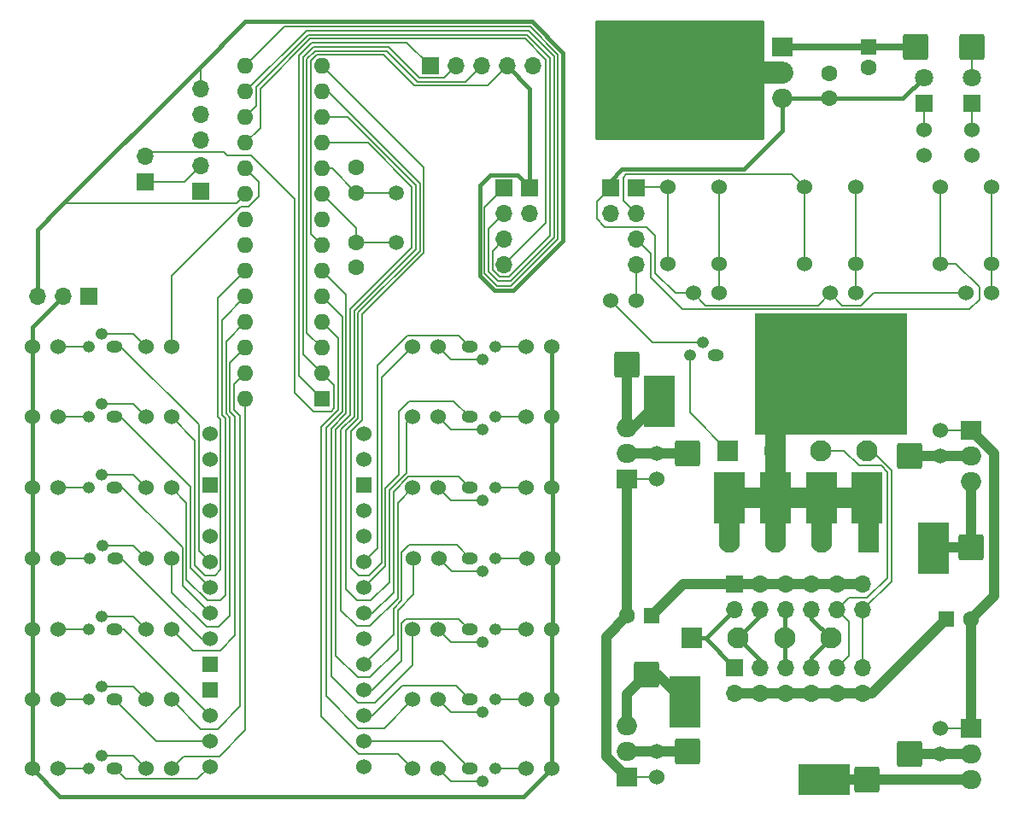
<source format=gbr>
%TF.GenerationSoftware,KiCad,Pcbnew,8.0.4-8.0.4-0~ubuntu24.04.1*%
%TF.CreationDate,2024-08-22T20:04:32-04:00*%
%TF.ProjectId,carinterface,63617269-6e74-4657-9266-6163652e6b69,rev?*%
%TF.SameCoordinates,Original*%
%TF.FileFunction,Copper,L1,Top*%
%TF.FilePolarity,Positive*%
%FSLAX46Y46*%
G04 Gerber Fmt 4.6, Leading zero omitted, Abs format (unit mm)*
G04 Created by KiCad (PCBNEW 8.0.4-8.0.4-0~ubuntu24.04.1) date 2024-08-22 20:04:32*
%MOMM*%
%LPD*%
G01*
G04 APERTURE LIST*
G04 Aperture macros list*
%AMRoundRect*
0 Rectangle with rounded corners*
0 $1 Rounding radius*
0 $2 $3 $4 $5 $6 $7 $8 $9 X,Y pos of 4 corners*
0 Add a 4 corners polygon primitive as box body*
4,1,4,$2,$3,$4,$5,$6,$7,$8,$9,$2,$3,0*
0 Add four circle primitives for the rounded corners*
1,1,$1+$1,$2,$3*
1,1,$1+$1,$4,$5*
1,1,$1+$1,$6,$7*
1,1,$1+$1,$8,$9*
0 Add four rect primitives between the rounded corners*
20,1,$1+$1,$2,$3,$4,$5,0*
20,1,$1+$1,$4,$5,$6,$7,0*
20,1,$1+$1,$6,$7,$8,$9,0*
20,1,$1+$1,$8,$9,$2,$3,0*%
G04 Aperture macros list end*
%TA.AperFunction,ComponentPad*%
%ADD10C,1.524000*%
%TD*%
%TA.AperFunction,ComponentPad*%
%ADD11RoundRect,0.249999X-1.025001X-1.025001X1.025001X-1.025001X1.025001X1.025001X-1.025001X1.025001X0*%
%TD*%
%TA.AperFunction,SMDPad,CuDef*%
%ADD12RoundRect,0.000000X-2.500000X-1.500000X2.500000X-1.500000X2.500000X1.500000X-2.500000X1.500000X0*%
%TD*%
%TA.AperFunction,SMDPad,CuDef*%
%ADD13RoundRect,0.000000X1.500000X-2.500000X1.500000X2.500000X-1.500000X2.500000X-1.500000X-2.500000X0*%
%TD*%
%TA.AperFunction,ComponentPad*%
%ADD14R,2.000000X1.905000*%
%TD*%
%TA.AperFunction,ComponentPad*%
%ADD15O,2.000000X1.905000*%
%TD*%
%TA.AperFunction,ComponentPad*%
%ADD16RoundRect,0.250001X-0.799999X-0.799999X0.799999X-0.799999X0.799999X0.799999X-0.799999X0.799999X0*%
%TD*%
%TA.AperFunction,ComponentPad*%
%ADD17C,2.100000*%
%TD*%
%TA.AperFunction,SMDPad,CuDef*%
%ADD18RoundRect,0.000000X-8.312500X-5.875000X8.312500X-5.875000X8.312500X5.875000X-8.312500X5.875000X0*%
%TD*%
%TA.AperFunction,ComponentPad*%
%ADD19O,1.600000X1.200000*%
%TD*%
%TA.AperFunction,ComponentPad*%
%ADD20O,1.200000X1.200000*%
%TD*%
%TA.AperFunction,ComponentPad*%
%ADD21R,1.700000X1.700000*%
%TD*%
%TA.AperFunction,ComponentPad*%
%ADD22O,1.700000X1.700000*%
%TD*%
%TA.AperFunction,ComponentPad*%
%ADD23C,1.600000*%
%TD*%
%TA.AperFunction,ComponentPad*%
%ADD24R,1.600000X1.600000*%
%TD*%
%TA.AperFunction,ComponentPad*%
%ADD25O,1.600000X1.600000*%
%TD*%
%TA.AperFunction,ComponentPad*%
%ADD26C,1.500000*%
%TD*%
%TA.AperFunction,ComponentPad*%
%ADD27RoundRect,0.249999X1.025001X-1.025001X1.025001X1.025001X-1.025001X1.025001X-1.025001X-1.025001X0*%
%TD*%
%TA.AperFunction,ComponentPad*%
%ADD28RoundRect,0.250001X0.799999X0.799999X-0.799999X0.799999X-0.799999X-0.799999X0.799999X-0.799999X0*%
%TD*%
%TA.AperFunction,ComponentPad*%
%ADD29R,1.800000X1.800000*%
%TD*%
%TA.AperFunction,ComponentPad*%
%ADD30C,1.800000*%
%TD*%
%TA.AperFunction,ComponentPad*%
%ADD31R,1.524000X1.524000*%
%TD*%
%TA.AperFunction,Conductor*%
%ADD32C,0.200000*%
%TD*%
%TA.AperFunction,Conductor*%
%ADD33C,2.000000*%
%TD*%
%TA.AperFunction,Conductor*%
%ADD34C,1.000000*%
%TD*%
%TA.AperFunction,Conductor*%
%ADD35C,2.200000*%
%TD*%
%TA.AperFunction,Conductor*%
%ADD36C,0.400000*%
%TD*%
%TA.AperFunction,Conductor*%
%ADD37C,0.700000*%
%TD*%
G04 APERTURE END LIST*
D10*
%TO.P,R32,1*%
%TO.N,Net-(J12-Pin_1)*%
X107940000Y-109380000D03*
%TO.P,R32,2*%
%TO.N,/Amp/Left*%
X107940000Y-106840000D03*
%TD*%
D11*
%TO.P,J11,1,Pin_1*%
%TO.N,Net-(J11-Pin_1)*%
X104900000Y-79880000D03*
%TD*%
D12*
%TO.P,T19,1,Pad*%
%TO.N,GND*%
X92100000Y-67240000D03*
%TD*%
D13*
%TO.P,T12,1,Pad*%
%TO.N,GND*%
X91600000Y-84040000D03*
%TD*%
D14*
%TO.P,Q15,1,G*%
%TO.N,/Amp/Left*%
X111000000Y-77340000D03*
D15*
%TO.P,Q15,2,D*%
%TO.N,Net-(J11-Pin_1)*%
X111000000Y-79880000D03*
%TO.P,Q15,3,S*%
%TO.N,GND*%
X111000000Y-82420000D03*
%TD*%
D16*
%TO.P,J15,1,Pin_1*%
%TO.N,/Amp/RADIORR*%
X83300000Y-97940000D03*
D17*
%TO.P,J15,2,Pin_2*%
%TO.N,/Amp/RADIORL*%
X87900000Y-97940000D03*
%TO.P,J15,3,Pin_3*%
%TO.N,/Amp/RADIOFR*%
X92500000Y-97940000D03*
%TO.P,J15,4,Pin_4*%
%TO.N,/Amp/RADIOFL*%
X97100000Y-97940000D03*
%TD*%
D18*
%TO.P,T1,1,Sink*%
%TO.N,GND*%
X82100000Y-42640000D03*
%TD*%
D13*
%TO.P,T13,1,Pad*%
%TO.N,GND*%
X96200000Y-84040000D03*
%TD*%
D19*
%TO.P,Q7,1,E*%
%TO.N,/Arduino/2g*%
X26085276Y-76004775D03*
D20*
%TO.P,Q7,2,B*%
%TO.N,Net-(Q7-B)*%
X24815276Y-74734775D03*
%TO.P,Q7,3,C*%
%TO.N,Net-(Q7-C)*%
X23545276Y-76004775D03*
%TD*%
D10*
%TO.P,R14,1*%
%TO.N,Net-(Q14-B)*%
X58175452Y-104004775D03*
%TO.P,R14,2*%
%TO.N,Net-(U1-PD3)*%
X55635452Y-104004775D03*
%TD*%
%TO.P,R4,1*%
%TO.N,Net-(Q4-B)*%
X58175452Y-76004775D03*
%TO.P,R4,2*%
%TO.N,Net-(U1-PD7)*%
X55635452Y-76004775D03*
%TD*%
%TO.P,R23,1*%
%TO.N,Net-(J20-Pin_2)*%
X17904790Y-110855276D03*
%TO.P,R23,2*%
%TO.N,Net-(Q9-C)*%
X20444790Y-110855276D03*
%TD*%
%TO.P,R24,1*%
%TO.N,Net-(J20-Pin_2)*%
X69445385Y-110855276D03*
%TO.P,R24,2*%
%TO.N,Net-(Q10-C)*%
X66905385Y-110855276D03*
%TD*%
D12*
%TO.P,T20,1,Pad*%
%TO.N,GND*%
X92100000Y-70240000D03*
%TD*%
D19*
%TO.P,Q4,1,E*%
%TO.N,/Arduino/2d*%
X61268675Y-76004775D03*
D20*
%TO.P,Q4,2,B*%
%TO.N,Net-(Q4-B)*%
X62538675Y-77274775D03*
%TO.P,Q4,3,C*%
%TO.N,Net-(Q4-C)*%
X63808675Y-76004775D03*
%TD*%
D13*
%TO.P,T14,1,Pad*%
%TO.N,GND*%
X100700000Y-84040000D03*
%TD*%
D21*
%TO.P,J6,1,Pin_1*%
%TO.N,+5VAUDIO*%
X67259976Y-53289499D03*
D22*
%TO.P,J6,2,Pin_2*%
%TO.N,GND*%
X67259976Y-55829499D03*
%TD*%
D10*
%TO.P,R7,1*%
%TO.N,Net-(Q7-B)*%
X29176411Y-76004775D03*
%TO.P,R7,2*%
%TO.N,Net-(U1-PC0)*%
X31716411Y-76004775D03*
%TD*%
D11*
%TO.P,J3,1,Pin_1*%
%TO.N,Net-(J3-Pin_1)*%
X105500000Y-39340000D03*
%TD*%
D10*
%TO.P,R29,1*%
%TO.N,Net-(D1-K)*%
X111100000Y-47570000D03*
%TO.P,R29,2*%
%TO.N,GND*%
X111100000Y-50110000D03*
%TD*%
D23*
%TO.P,C3,1*%
%TO.N,+5VAUDIO*%
X96900000Y-44420000D03*
%TO.P,C3,2*%
%TO.N,GND*%
X96900000Y-41920000D03*
%TD*%
D10*
%TO.P,R27,1*%
%TO.N,Net-(J20-Pin_2)*%
X17904790Y-97069499D03*
%TO.P,R27,2*%
%TO.N,Net-(Q13-C)*%
X20444790Y-97069499D03*
%TD*%
%TO.P,R30,1*%
%TO.N,Net-(D2-K)*%
X106300000Y-47570000D03*
%TO.P,R30,2*%
%TO.N,GND*%
X106300000Y-50110000D03*
%TD*%
D12*
%TO.P,T26,1,Pad*%
%TO.N,GND*%
X97100000Y-76240000D03*
%TD*%
D10*
%TO.P,R8,1*%
%TO.N,Net-(Q8-B)*%
X29176411Y-104004775D03*
%TO.P,R8,2*%
%TO.N,Net-(U1-PC4)*%
X31716411Y-104004775D03*
%TD*%
D12*
%TO.P,T25,1,Pad*%
%TO.N,GND*%
X97100000Y-73240000D03*
%TD*%
D13*
%TO.P,T5,1,Pad*%
%TO.N,GND*%
X82600000Y-104240000D03*
%TD*%
D10*
%TO.P,R22,1*%
%TO.N,Net-(J20-Pin_2)*%
X17904790Y-104004775D03*
%TO.P,R22,2*%
%TO.N,Net-(Q8-C)*%
X20444790Y-104004775D03*
%TD*%
D12*
%TO.P,T22,1,Pad*%
%TO.N,GND*%
X92100000Y-76240000D03*
%TD*%
D10*
%TO.P,R36,1*%
%TO.N,+5VAUDIO*%
X97000000Y-63740000D03*
%TO.P,R36,2*%
%TO.N,Net-(R36-Pad2)*%
X99540000Y-63740000D03*
%TD*%
D19*
%TO.P,Q2,1,E*%
%TO.N,/Arduino/2b*%
X26125252Y-90004775D03*
D20*
%TO.P,Q2,2,B*%
%TO.N,Net-(Q2-B)*%
X24855252Y-88734775D03*
%TO.P,Q2,3,C*%
%TO.N,Net-(Q2-C)*%
X23585252Y-90004775D03*
%TD*%
D24*
%TO.P,C4,1*%
%TO.N,Net-(J3-Pin_1)*%
X100800000Y-39340000D03*
D23*
%TO.P,C4,2*%
%TO.N,GND*%
X100800000Y-41340000D03*
%TD*%
D14*
%TO.P,U2,1,IN*%
%TO.N,Net-(J3-Pin_1)*%
X92300000Y-39340000D03*
D15*
%TO.P,U2,2,GND*%
%TO.N,GND*%
X92300000Y-41880000D03*
%TO.P,U2,3,OUT*%
%TO.N,+5VAUDIO*%
X92300000Y-44420000D03*
%TD*%
D10*
%TO.P,R10,1*%
%TO.N,Net-(Q10-B)*%
X58175452Y-110855276D03*
%TO.P,R10,2*%
%TO.N,Net-(U1-PD2)*%
X55635452Y-110855276D03*
%TD*%
D23*
%TO.P,C2,1*%
%TO.N,Net-(U1-XTAL2{slash}PB7)*%
X50039976Y-53789499D03*
%TO.P,C2,2*%
%TO.N,GND*%
X50039976Y-51289499D03*
%TD*%
D24*
%TO.P,U1,1,~{RESET}/PC6*%
%TO.N,/Arduino/Reset*%
X46659976Y-74229499D03*
D25*
%TO.P,U1,2,PD0*%
%TO.N,/Arduino/RX*%
X46659976Y-71689499D03*
%TO.P,U1,3,PD1*%
%TO.N,/Arduino/TX*%
X46659976Y-69149499D03*
%TO.P,U1,4,PD2*%
%TO.N,Net-(U1-PD2)*%
X46659976Y-66609499D03*
%TO.P,U1,5,PD3*%
%TO.N,Net-(U1-PD3)*%
X46659976Y-64069499D03*
%TO.P,U1,6,PD4*%
%TO.N,Net-(U1-PD4)*%
X46659976Y-61529499D03*
%TO.P,U1,7,VCC*%
%TO.N,+5VAUDIO*%
X46659976Y-58989499D03*
%TO.P,U1,8,GND*%
%TO.N,GND*%
X46659976Y-56449499D03*
%TO.P,U1,9,XTAL1/PB6*%
%TO.N,Net-(U1-XTAL1{slash}PB6)*%
X46659976Y-53909499D03*
%TO.P,U1,10,XTAL2/PB7*%
%TO.N,Net-(U1-XTAL2{slash}PB7)*%
X46659976Y-51369499D03*
%TO.P,U1,11,PD5*%
%TO.N,Net-(U1-PD5)*%
X46659976Y-48829499D03*
%TO.P,U1,12,PD6*%
%TO.N,Net-(U1-PD6)*%
X46659976Y-46289499D03*
%TO.P,U1,13,PD7*%
%TO.N,Net-(U1-PD7)*%
X46659976Y-43749499D03*
%TO.P,U1,14,PB0*%
%TO.N,Net-(U1-PB0)*%
X46659976Y-41209499D03*
%TO.P,U1,15,PB1*%
%TO.N,Forward*%
X39039976Y-41209499D03*
%TO.P,U1,16,PB2*%
%TO.N,Reverse*%
X39039976Y-43749499D03*
%TO.P,U1,17,PB3*%
%TO.N,Play*%
X39039976Y-46289499D03*
%TO.P,U1,18,PB4*%
%TO.N,Ctrl*%
X39039976Y-48829499D03*
%TO.P,U1,19,PB5*%
%TO.N,Net-(U1-PB5)*%
X39039976Y-51369499D03*
%TO.P,U1,20,AVCC*%
%TO.N,+5VAUDIO*%
X39039976Y-53909499D03*
%TO.P,U1,21,AREF*%
%TO.N,unconnected-(U1-AREF-Pad21)*%
X39039976Y-56449499D03*
%TO.P,U1,22,GND*%
%TO.N,GND*%
X39039976Y-58989499D03*
%TO.P,U1,23,PC0*%
%TO.N,Net-(U1-PC0)*%
X39039976Y-61529499D03*
%TO.P,U1,24,PC1*%
%TO.N,Net-(U1-PC1)*%
X39039976Y-64069499D03*
%TO.P,U1,25,PC2*%
%TO.N,Net-(U1-PC2)*%
X39039976Y-66609499D03*
%TO.P,U1,26,PC3*%
%TO.N,Net-(U1-PC3)*%
X39039976Y-69149499D03*
%TO.P,U1,27,PC4*%
%TO.N,Net-(U1-PC4)*%
X39039976Y-71689499D03*
%TO.P,U1,28,PC5*%
%TO.N,Net-(U1-PC5)*%
X39039976Y-74229499D03*
%TD*%
D12*
%TO.P,T24,1,Pad*%
%TO.N,GND*%
X97100000Y-70240000D03*
%TD*%
D10*
%TO.P,R34,1*%
%TO.N,Net-(J14-Pin_1)*%
X79840000Y-109140000D03*
%TO.P,R34,2*%
%TO.N,/Amp/Right*%
X79840000Y-111680000D03*
%TD*%
%TO.P,R12,1*%
%TO.N,Net-(Q12-B)*%
X58215428Y-90004775D03*
%TO.P,R12,2*%
%TO.N,Net-(U1-PD5)*%
X55675428Y-90004775D03*
%TD*%
D11*
%TO.P,J23,1,Pin_1*%
%TO.N,GND*%
X111000000Y-88940000D03*
%TD*%
D12*
%TO.P,T29,1,Pad*%
%TO.N,GND*%
X102100000Y-73240000D03*
%TD*%
%TO.P,T30,1,Pad*%
%TO.N,GND*%
X102100000Y-76240000D03*
%TD*%
D19*
%TO.P,Q14,1,E*%
%TO.N,/Arduino/3g*%
X61268675Y-104004775D03*
D20*
%TO.P,Q14,2,B*%
%TO.N,Net-(Q14-B)*%
X62538675Y-105274775D03*
%TO.P,Q14,3,C*%
%TO.N,Net-(Q14-C)*%
X63808675Y-104004775D03*
%TD*%
D10*
%TO.P,R21,1*%
%TO.N,Net-(J20-Pin_2)*%
X17904790Y-76004775D03*
%TO.P,R21,2*%
%TO.N,Net-(Q7-C)*%
X20444790Y-76004775D03*
%TD*%
%TO.P,R37,1*%
%TO.N,+5VAUDIO*%
X83500000Y-63740000D03*
%TO.P,R37,2*%
%TO.N,Net-(R37-Pad2)*%
X86040000Y-63740000D03*
%TD*%
D14*
%TO.P,Q16,1,G*%
%TO.N,/Amp/Left*%
X111000000Y-106840000D03*
D15*
%TO.P,Q16,2,D*%
%TO.N,Net-(J12-Pin_1)*%
X111000000Y-109380000D03*
%TO.P,Q16,3,S*%
%TO.N,GND*%
X111000000Y-111920000D03*
%TD*%
D10*
%TO.P,R5,1*%
%TO.N,Net-(Q5-B)*%
X58175452Y-69004775D03*
%TO.P,R5,2*%
%TO.N,Net-(U1-PB0)*%
X55635452Y-69004775D03*
%TD*%
D19*
%TO.P,Q1,1,E*%
%TO.N,/Arduino/2a*%
X26085276Y-83004775D03*
D20*
%TO.P,Q1,2,B*%
%TO.N,Net-(Q1-B)*%
X24815276Y-81734775D03*
%TO.P,Q1,3,C*%
%TO.N,Net-(Q1-C)*%
X23545276Y-83004775D03*
%TD*%
D24*
%TO.P,C6,1*%
%TO.N,Net-(J10-Pin_1)*%
X79345000Y-95740000D03*
D23*
%TO.P,C6,2*%
%TO.N,/Amp/Right*%
X76845000Y-95740000D03*
%TD*%
D14*
%TO.P,Q18,1,G*%
%TO.N,/Amp/Right*%
X76845000Y-111680000D03*
D15*
%TO.P,Q18,2,D*%
%TO.N,Net-(J14-Pin_1)*%
X76845000Y-109140000D03*
%TO.P,Q18,3,S*%
%TO.N,GND*%
X76845000Y-106600000D03*
%TD*%
D10*
%TO.P,R38,1*%
%TO.N,Ctrl*%
X77770000Y-64440000D03*
%TO.P,R38,2*%
%TO.N,Net-(Q19-B)*%
X75230000Y-64440000D03*
%TD*%
D21*
%TO.P,J4,1,Pin_1*%
%TO.N,+5VAUDIO*%
X75230000Y-53290000D03*
D22*
%TO.P,J4,2,Pin_2*%
%TO.N,GND*%
X75230000Y-55830000D03*
%TD*%
D12*
%TO.P,T27,1,Pad*%
%TO.N,GND*%
X102100000Y-70240000D03*
%TD*%
%TO.P,T21,1,Pad*%
%TO.N,GND*%
X92100000Y-73240000D03*
%TD*%
D21*
%TO.P,J20,1,Pin_1*%
%TO.N,GND*%
X23499790Y-64014499D03*
D22*
%TO.P,J20,2,Pin_2*%
%TO.N,Net-(J20-Pin_2)*%
X20959790Y-64014499D03*
%TO.P,J20,3,Pin_3*%
%TO.N,+5VAUDIO*%
X18419790Y-64014499D03*
%TD*%
D19*
%TO.P,Q19,1,E*%
%TO.N,GND*%
X85685276Y-69855276D03*
D20*
%TO.P,Q19,2,B*%
%TO.N,Net-(Q19-B)*%
X84415276Y-68585276D03*
%TO.P,Q19,3,C*%
%TO.N,/Amp/MIC*%
X83145276Y-69855276D03*
%TD*%
D11*
%TO.P,J21,1,Pin_1*%
%TO.N,GND*%
X76845000Y-70840000D03*
%TD*%
%TO.P,J13,1,Pin_1*%
%TO.N,Net-(J13-Pin_1)*%
X82900000Y-79640000D03*
%TD*%
D21*
%TO.P,J5,1,Pin_1*%
%TO.N,Forward*%
X77770000Y-53290000D03*
D22*
%TO.P,J5,2,Pin_2*%
%TO.N,Reverse*%
X77770000Y-55830000D03*
%TO.P,J5,3,Pin_3*%
%TO.N,Play*%
X77770000Y-58370000D03*
%TO.P,J5,4,Pin_4*%
%TO.N,Ctrl*%
X77770000Y-60910000D03*
%TD*%
D13*
%TO.P,T3,1,Pad*%
%TO.N,GND*%
X107300000Y-89040000D03*
%TD*%
D10*
%TO.P,R28,1*%
%TO.N,Net-(J20-Pin_2)*%
X69445385Y-104004775D03*
%TO.P,R28,2*%
%TO.N,Net-(Q14-C)*%
X66905385Y-104004775D03*
%TD*%
D13*
%TO.P,T11,1,Pad*%
%TO.N,GND*%
X87000000Y-84040000D03*
%TD*%
D21*
%TO.P,J18,1,Pin_1*%
%TO.N,unconnected-(J18-Pin_1-Pad1)*%
X34639976Y-53590000D03*
D22*
%TO.P,J18,2,Pin_2*%
%TO.N,/Arduino/GPSTX*%
X34639976Y-51050000D03*
%TO.P,J18,3,Pin_3*%
%TO.N,unconnected-(J18-Pin_3-Pad3)*%
X34639976Y-48510000D03*
%TO.P,J18,4,Pin_4*%
%TO.N,GND*%
X34639976Y-45970000D03*
%TO.P,J18,5,Pin_5*%
%TO.N,+5VAUDIO*%
X34639976Y-43430000D03*
%TD*%
D19*
%TO.P,Q5,1,E*%
%TO.N,/Arduino/2e*%
X61268675Y-69004775D03*
D20*
%TO.P,Q5,2,B*%
%TO.N,Net-(Q5-B)*%
X62538675Y-70274775D03*
%TO.P,Q5,3,C*%
%TO.N,Net-(Q5-C)*%
X63808675Y-69004775D03*
%TD*%
D12*
%TO.P,T23,1,Pad*%
%TO.N,GND*%
X97100000Y-67240000D03*
%TD*%
D10*
%TO.P,R11,1*%
%TO.N,Net-(Q11-B)*%
X58175452Y-97069499D03*
%TO.P,R11,2*%
%TO.N,Net-(U1-PD4)*%
X55635452Y-97069499D03*
%TD*%
D13*
%TO.P,T4,1,Pad*%
%TO.N,GND*%
X80100000Y-74440000D03*
%TD*%
D10*
%TO.P,R33,1*%
%TO.N,Net-(J13-Pin_1)*%
X79840000Y-79640000D03*
%TO.P,R33,2*%
%TO.N,/Amp/Right*%
X79840000Y-82180000D03*
%TD*%
D11*
%TO.P,J14,1,Pin_1*%
%TO.N,Net-(J14-Pin_1)*%
X82900000Y-109140000D03*
%TD*%
D12*
%TO.P,T28,1,Pad*%
%TO.N,GND*%
X102100000Y-67240000D03*
%TD*%
D19*
%TO.P,Q3,1,E*%
%TO.N,/Arduino/2c*%
X61268675Y-83004775D03*
D20*
%TO.P,Q3,2,B*%
%TO.N,Net-(Q3-B)*%
X62538675Y-84274775D03*
%TO.P,Q3,3,C*%
%TO.N,Net-(Q3-C)*%
X63808675Y-83004775D03*
%TD*%
D10*
%TO.P,R3,1*%
%TO.N,Net-(Q3-B)*%
X58175452Y-83004775D03*
%TO.P,R3,2*%
%TO.N,Net-(U1-PD6)*%
X55635452Y-83004775D03*
%TD*%
%TO.P,R9,1*%
%TO.N,Net-(Q9-B)*%
X29176411Y-110855276D03*
%TO.P,R9,2*%
%TO.N,Net-(U1-PC5)*%
X31716411Y-110855276D03*
%TD*%
%TO.P,R31,1*%
%TO.N,Net-(J11-Pin_1)*%
X107940000Y-79880000D03*
%TO.P,R31,2*%
%TO.N,/Amp/Left*%
X107940000Y-77340000D03*
%TD*%
%TO.P,R6,1*%
%TO.N,Net-(Q6-B)*%
X29176411Y-69004775D03*
%TO.P,R6,2*%
%TO.N,Net-(U1-PB5)*%
X31716411Y-69004775D03*
%TD*%
%TO.P,R17,1*%
%TO.N,Net-(J20-Pin_2)*%
X69445385Y-83004775D03*
%TO.P,R17,2*%
%TO.N,Net-(Q3-C)*%
X66905385Y-83004775D03*
%TD*%
D14*
%TO.P,Q17,1,G*%
%TO.N,/Amp/Right*%
X76845000Y-82180000D03*
D15*
%TO.P,Q17,2,D*%
%TO.N,Net-(J13-Pin_1)*%
X76845000Y-79640000D03*
%TO.P,Q17,3,S*%
%TO.N,GND*%
X76845000Y-77100000D03*
%TD*%
D19*
%TO.P,Q8,1,E*%
%TO.N,/Arduino/3a*%
X26085276Y-104004775D03*
D20*
%TO.P,Q8,2,B*%
%TO.N,Net-(Q8-B)*%
X24815276Y-102734775D03*
%TO.P,Q8,3,C*%
%TO.N,Net-(Q8-C)*%
X23545276Y-104004775D03*
%TD*%
D10*
%TO.P,R25,1*%
%TO.N,Net-(J20-Pin_2)*%
X69445385Y-97069499D03*
%TO.P,R25,2*%
%TO.N,Net-(Q11-C)*%
X66905385Y-97069499D03*
%TD*%
D19*
%TO.P,Q9,1,E*%
%TO.N,/Arduino/3b*%
X26085276Y-110855276D03*
D20*
%TO.P,Q9,2,B*%
%TO.N,Net-(Q9-B)*%
X24815276Y-109585276D03*
%TO.P,Q9,3,C*%
%TO.N,Net-(Q9-C)*%
X23545276Y-110855276D03*
%TD*%
D10*
%TO.P,R35,1*%
%TO.N,+5VAUDIO*%
X110500000Y-63740000D03*
%TO.P,R35,2*%
%TO.N,Net-(R35-Pad2)*%
X113040000Y-63740000D03*
%TD*%
D21*
%TO.P,J7,1,Pin_1*%
%TO.N,Forward*%
X64719976Y-53289499D03*
D22*
%TO.P,J7,2,Pin_2*%
%TO.N,Reverse*%
X64719976Y-55829499D03*
%TO.P,J7,3,Pin_3*%
%TO.N,Play*%
X64719976Y-58369499D03*
%TO.P,J7,4,Pin_4*%
%TO.N,Ctrl*%
X64719976Y-60909499D03*
%TD*%
D11*
%TO.P,J22,1,Pin_1*%
%TO.N,GND*%
X78800000Y-101540000D03*
%TD*%
D24*
%TO.P,C5,1*%
%TO.N,Net-(J9-Pin_10)*%
X108500000Y-96040000D03*
D23*
%TO.P,C5,2*%
%TO.N,/Amp/Left*%
X111000000Y-96040000D03*
%TD*%
D12*
%TO.P,T6,1,Pad*%
%TO.N,GND*%
X96400000Y-111940000D03*
%TD*%
D26*
%TO.P,Y1,1,1*%
%TO.N,Net-(U1-XTAL1{slash}PB6)*%
X54039976Y-58689499D03*
%TO.P,Y1,2,2*%
%TO.N,Net-(U1-XTAL2{slash}PB7)*%
X54039976Y-53789499D03*
%TD*%
D10*
%TO.P,R20,1*%
%TO.N,Net-(J20-Pin_2)*%
X17904790Y-69004775D03*
%TO.P,R20,2*%
%TO.N,Net-(Q6-C)*%
X20444790Y-69004775D03*
%TD*%
D19*
%TO.P,Q11,1,E*%
%TO.N,/Arduino/3d*%
X61268675Y-97069499D03*
D20*
%TO.P,Q11,2,B*%
%TO.N,Net-(Q11-B)*%
X62538675Y-98339499D03*
%TO.P,Q11,3,C*%
%TO.N,Net-(Q11-C)*%
X63808675Y-97069499D03*
%TD*%
D10*
%TO.P,R19,1*%
%TO.N,Net-(J20-Pin_2)*%
X69445385Y-69004775D03*
%TO.P,R19,2*%
%TO.N,Net-(Q5-C)*%
X66905385Y-69004775D03*
%TD*%
D11*
%TO.P,J12,1,Pin_1*%
%TO.N,Net-(J12-Pin_1)*%
X104900000Y-109380000D03*
%TD*%
D19*
%TO.P,Q6,1,E*%
%TO.N,/Arduino/2f*%
X26085276Y-69004775D03*
D20*
%TO.P,Q6,2,B*%
%TO.N,Net-(Q6-B)*%
X24815276Y-67734775D03*
%TO.P,Q6,3,C*%
%TO.N,Net-(Q6-C)*%
X23545276Y-69004775D03*
%TD*%
D10*
%TO.P,R15,1*%
%TO.N,Net-(J20-Pin_2)*%
X17904790Y-83004775D03*
%TO.P,R15,2*%
%TO.N,Net-(Q1-C)*%
X20444790Y-83004775D03*
%TD*%
D19*
%TO.P,Q13,1,E*%
%TO.N,/Arduino/3f*%
X26085276Y-97069499D03*
D20*
%TO.P,Q13,2,B*%
%TO.N,Net-(Q13-B)*%
X24815276Y-95799499D03*
%TO.P,Q13,3,C*%
%TO.N,Net-(Q13-C)*%
X23545276Y-97069499D03*
%TD*%
D19*
%TO.P,Q10,1,E*%
%TO.N,/Arduino/3c*%
X61268675Y-110855276D03*
D20*
%TO.P,Q10,2,B*%
%TO.N,Net-(Q10-B)*%
X62538675Y-112125276D03*
%TO.P,Q10,3,C*%
%TO.N,Net-(Q10-C)*%
X63808675Y-110855276D03*
%TD*%
D19*
%TO.P,Q12,1,E*%
%TO.N,/Arduino/3e*%
X61308651Y-90004775D03*
D20*
%TO.P,Q12,2,B*%
%TO.N,Net-(Q12-B)*%
X62578651Y-91274775D03*
%TO.P,Q12,3,C*%
%TO.N,Net-(Q12-C)*%
X63848651Y-90004775D03*
%TD*%
D10*
%TO.P,R18,1*%
%TO.N,Net-(J20-Pin_2)*%
X69445385Y-76004775D03*
%TO.P,R18,2*%
%TO.N,Net-(Q4-C)*%
X66905385Y-76004775D03*
%TD*%
%TO.P,R13,1*%
%TO.N,Net-(Q13-B)*%
X29176411Y-97069499D03*
%TO.P,R13,2*%
%TO.N,Net-(U1-PC3)*%
X31716411Y-97069499D03*
%TD*%
D11*
%TO.P,J2,1,Pin_1*%
%TO.N,+12VAUDIO*%
X111100000Y-39340000D03*
%TD*%
D10*
%TO.P,R16,1*%
%TO.N,Net-(J20-Pin_2)*%
X17944766Y-90004775D03*
%TO.P,R16,2*%
%TO.N,Net-(Q2-C)*%
X20484766Y-90004775D03*
%TD*%
%TO.P,R2,1*%
%TO.N,Net-(Q2-B)*%
X29216387Y-90004775D03*
%TO.P,R2,2*%
%TO.N,Net-(U1-PC2)*%
X31756387Y-90004775D03*
%TD*%
D23*
%TO.P,C1,1*%
%TO.N,GND*%
X50039976Y-61189499D03*
%TO.P,C1,2*%
%TO.N,Net-(U1-XTAL1{slash}PB6)*%
X50039976Y-58689499D03*
%TD*%
D27*
%TO.P,J24,1,Pin_1*%
%TO.N,GND*%
X100700000Y-111940000D03*
%TD*%
D10*
%TO.P,R1,1*%
%TO.N,Net-(Q1-B)*%
X29176411Y-83004775D03*
%TO.P,R1,2*%
%TO.N,Net-(U1-PC1)*%
X31716411Y-83004775D03*
%TD*%
D28*
%TO.P,J16,1,Pin_1*%
%TO.N,GND*%
X100800000Y-88440000D03*
D17*
%TO.P,J16,2,Pin_2*%
X96200000Y-88440000D03*
%TO.P,J16,3,Pin_3*%
X91600000Y-88440000D03*
%TO.P,J16,4,Pin_4*%
X87000000Y-88440000D03*
%TD*%
D10*
%TO.P,R26,1*%
%TO.N,Net-(J20-Pin_2)*%
X69485361Y-90004775D03*
%TO.P,R26,2*%
%TO.N,Net-(Q12-C)*%
X66945361Y-90004775D03*
%TD*%
D21*
%TO.P,J9,1,Pin_1*%
%TO.N,/Amp/RADIORR*%
X87560000Y-100840000D03*
D22*
%TO.P,J9,2,Pin_2*%
%TO.N,Net-(J9-Pin_10)*%
X87560000Y-103380000D03*
%TO.P,J9,3,Pin_3*%
%TO.N,/Amp/RADIORL*%
X90100000Y-100840000D03*
%TO.P,J9,4,Pin_4*%
%TO.N,Net-(J9-Pin_10)*%
X90100000Y-103380000D03*
%TO.P,J9,5,Pin_5*%
%TO.N,/Amp/RADIOFR*%
X92640000Y-100840000D03*
%TO.P,J9,6,Pin_6*%
%TO.N,Net-(J9-Pin_10)*%
X92640000Y-103380000D03*
%TO.P,J9,7,Pin_7*%
%TO.N,/Amp/RADIOFL*%
X95180000Y-100840000D03*
%TO.P,J9,8,Pin_8*%
%TO.N,Net-(J9-Pin_10)*%
X95180000Y-103380000D03*
%TO.P,J9,9,Pin_9*%
%TO.N,/Amp/AUXR*%
X97720000Y-100840000D03*
%TO.P,J9,10,Pin_10*%
%TO.N,Net-(J9-Pin_10)*%
X97720000Y-103380000D03*
%TO.P,J9,11,Pin_11*%
%TO.N,/Amp/AUXL*%
X100260000Y-100840000D03*
%TO.P,J9,12,Pin_12*%
%TO.N,Net-(J9-Pin_10)*%
X100260000Y-103380000D03*
%TD*%
D10*
%TO.P,SW3,1*%
%TO.N,Forward*%
X80960000Y-53230000D03*
X80960000Y-60850000D03*
%TO.P,SW3,2*%
%TO.N,Net-(R37-Pad2)*%
X86040000Y-53230000D03*
X86040000Y-60850000D03*
%TD*%
D21*
%TO.P,J10,1,Pin_1*%
%TO.N,Net-(J10-Pin_1)*%
X87560000Y-92600000D03*
D22*
%TO.P,J10,2,Pin_2*%
%TO.N,/Amp/RADIORR*%
X87560000Y-95140000D03*
%TO.P,J10,3,Pin_3*%
%TO.N,Net-(J10-Pin_1)*%
X90100000Y-92600000D03*
%TO.P,J10,4,Pin_4*%
%TO.N,/Amp/RADIORL*%
X90100000Y-95140000D03*
%TO.P,J10,5,Pin_5*%
%TO.N,Net-(J10-Pin_1)*%
X92640000Y-92600000D03*
%TO.P,J10,6,Pin_6*%
%TO.N,/Amp/RADIOFR*%
X92640000Y-95140000D03*
%TO.P,J10,7,Pin_7*%
%TO.N,Net-(J10-Pin_1)*%
X95180000Y-92600000D03*
%TO.P,J10,8,Pin_8*%
%TO.N,/Amp/RADIOFL*%
X95180000Y-95140000D03*
%TO.P,J10,9,Pin_9*%
%TO.N,Net-(J10-Pin_1)*%
X97720000Y-92600000D03*
%TO.P,J10,10,Pin_10*%
%TO.N,/Amp/AUXR*%
X97720000Y-95140000D03*
%TO.P,J10,11,Pin_11*%
%TO.N,Net-(J10-Pin_1)*%
X100260000Y-92600000D03*
%TO.P,J10,12,Pin_12*%
%TO.N,/Amp/AUXL*%
X100260000Y-95140000D03*
%TD*%
D29*
%TO.P,D1,1,K*%
%TO.N,Net-(D1-K)*%
X111100000Y-44915000D03*
D30*
%TO.P,D1,2,A*%
%TO.N,+12VAUDIO*%
X111100000Y-42375000D03*
%TD*%
D10*
%TO.P,SW1,2*%
%TO.N,Net-(R35-Pad2)*%
X113040000Y-60850000D03*
X113040000Y-53230000D03*
%TO.P,SW1,1*%
%TO.N,Play*%
X107960000Y-60850000D03*
X107960000Y-53230000D03*
%TD*%
%TO.P,D3,1,1e*%
%TO.N,unconnected-(D3-1e-Pad1)*%
X50779976Y-77679499D03*
%TO.P,D3,2,1d*%
%TO.N,unconnected-(D3-1d-Pad2)*%
X50779976Y-80219499D03*
D31*
%TO.P,D3,3,1G*%
%TO.N,unconnected-(D3-1G-Pad3)*%
X50779976Y-82759499D03*
D10*
%TO.P,D3,4,1c*%
%TO.N,unconnected-(D3-1c-Pad4)*%
X50779976Y-85299499D03*
%TO.P,D3,5,1h*%
%TO.N,unconnected-(D3-1h-Pad5)*%
X50779976Y-87839499D03*
%TO.P,D3,6,2e*%
%TO.N,/Arduino/2e*%
X50779976Y-90379499D03*
%TO.P,D3,7,2d*%
%TO.N,/Arduino/2d*%
X50779976Y-92919499D03*
%TO.P,D3,8,2c*%
%TO.N,/Arduino/2c*%
X50779976Y-95459499D03*
%TO.P,D3,9,2h*%
%TO.N,unconnected-(D3-2h-Pad9)*%
X50779976Y-97999499D03*
%TO.P,D3,10,3e*%
%TO.N,/Arduino/3e*%
X50779976Y-100539499D03*
%TO.P,D3,11,3d*%
%TO.N,/Arduino/3d*%
X50779976Y-103079499D03*
%TO.P,D3,12,3g*%
%TO.N,/Arduino/3g*%
X50779976Y-105619499D03*
%TO.P,D3,13,3c*%
%TO.N,/Arduino/3c*%
X50779976Y-108159499D03*
%TO.P,D3,14,3h*%
%TO.N,unconnected-(D3-3h-Pad14)*%
X50779976Y-110699499D03*
%TO.P,D3,15,3b*%
%TO.N,/Arduino/3b*%
X35539976Y-110699499D03*
%TO.P,D3,16,3a*%
%TO.N,/Arduino/3a*%
X35539976Y-108159499D03*
%TO.P,D3,17,3f*%
%TO.N,/Arduino/3f*%
X35539976Y-105619499D03*
D31*
%TO.P,D3,18,3G*%
%TO.N,GND*%
X35539976Y-103079499D03*
%TO.P,D3,19,2G*%
X35539976Y-100539499D03*
D10*
%TO.P,D3,20,2b*%
%TO.N,/Arduino/2b*%
X35539976Y-97999499D03*
%TO.P,D3,21,2a*%
%TO.N,/Arduino/2a*%
X35539976Y-95459499D03*
%TO.P,D3,22,2g*%
%TO.N,/Arduino/2g*%
X35539976Y-92919499D03*
%TO.P,D3,23,2f*%
%TO.N,/Arduino/2f*%
X35539976Y-90379499D03*
%TO.P,D3,24,1b*%
%TO.N,unconnected-(D3-1b-Pad24)*%
X35539976Y-87839499D03*
%TO.P,D3,25,1a*%
%TO.N,unconnected-(D3-1a-Pad25)*%
X35539976Y-85299499D03*
D31*
%TO.P,D3,26,1G*%
%TO.N,unconnected-(D3-1G-Pad26)*%
X35539976Y-82759499D03*
D10*
%TO.P,D3,27,1f*%
%TO.N,unconnected-(D3-1f-Pad27)*%
X35539976Y-80219499D03*
%TO.P,D3,28,1g*%
%TO.N,unconnected-(D3-1g-Pad28)*%
X35539976Y-77679499D03*
%TD*%
D21*
%TO.P,J17,1,Pin_1*%
%TO.N,/Arduino/Reset*%
X57359976Y-41209499D03*
D22*
%TO.P,J17,2,Pin_2*%
%TO.N,/Arduino/RX*%
X59899976Y-41209499D03*
%TO.P,J17,3,Pin_3*%
%TO.N,/Arduino/TX*%
X62439976Y-41209499D03*
%TO.P,J17,4,Pin_4*%
%TO.N,+5VAUDIO*%
X64979976Y-41209499D03*
%TO.P,J17,5,Pin_5*%
%TO.N,GND*%
X67519976Y-41209499D03*
%TD*%
D29*
%TO.P,D2,1,K*%
%TO.N,Net-(D2-K)*%
X106300000Y-44915000D03*
D30*
%TO.P,D2,2,A*%
%TO.N,+5VAUDIO*%
X106300000Y-42375000D03*
%TD*%
D21*
%TO.P,J19,1,Pin_1*%
%TO.N,/Arduino/GPSTX*%
X29100000Y-52715000D03*
D22*
%TO.P,J19,2,Pin_2*%
%TO.N,/Arduino/RX*%
X29100000Y-50175000D03*
%TD*%
D10*
%TO.P,SW2,1*%
%TO.N,Reverse*%
X94460000Y-53230000D03*
X94460000Y-60850000D03*
%TO.P,SW2,2*%
%TO.N,Net-(R36-Pad2)*%
X99540000Y-53230000D03*
X99540000Y-60850000D03*
%TD*%
D16*
%TO.P,J8,1,Pin_1*%
%TO.N,/Amp/MIC*%
X86900000Y-79340000D03*
D17*
%TO.P,J8,2,Pin_2*%
%TO.N,GND*%
X91500000Y-79340000D03*
%TO.P,J8,3,Pin_3*%
%TO.N,/Amp/AUXR*%
X96100000Y-79340000D03*
%TO.P,J8,4,Pin_4*%
%TO.N,/Amp/AUXL*%
X100700000Y-79340000D03*
%TD*%
D32*
%TO.N,+5VAUDIO*%
X110500000Y-63740000D02*
X101300000Y-63740000D01*
X101300000Y-63740000D02*
X100100000Y-64940000D01*
X100100000Y-64940000D02*
X98200000Y-64940000D01*
X98200000Y-64940000D02*
X97000000Y-63740000D01*
X83500000Y-63740000D02*
X84700000Y-64940000D01*
X84700000Y-64940000D02*
X95800000Y-64940000D01*
X95800000Y-64940000D02*
X97000000Y-63740000D01*
%TO.N,Reverse*%
X77770000Y-55830000D02*
X76500000Y-54560000D01*
X76500000Y-52240000D02*
X76800000Y-51940000D01*
X76500000Y-54560000D02*
X76500000Y-52240000D01*
X76800000Y-51940000D02*
X93170000Y-51940000D01*
X93170000Y-51940000D02*
X94460000Y-53230000D01*
X94460000Y-60850000D02*
X94460000Y-53230000D01*
%TO.N,Net-(R36-Pad2)*%
X99540000Y-53230000D02*
X99540000Y-60850000D01*
X99540000Y-63740000D02*
X99540000Y-60850000D01*
%TO.N,+5VAUDIO*%
X83500000Y-63740000D02*
X81700000Y-63740000D01*
%TO.N,Forward*%
X80960000Y-53230000D02*
X77830000Y-53230000D01*
X77830000Y-53230000D02*
X77770000Y-53290000D01*
%TO.N,Net-(R37-Pad2)*%
X86040000Y-63740000D02*
X86040000Y-60850000D01*
X86040000Y-53230000D02*
X86040000Y-60850000D01*
%TO.N,Forward*%
X80960000Y-53230000D02*
X80960000Y-60850000D01*
%TO.N,+5VAUDIO*%
X75230000Y-53290000D02*
X73900000Y-54620000D01*
X73900000Y-54620000D02*
X73900000Y-56340000D01*
X73900000Y-56340000D02*
X74700000Y-57140000D01*
X74700000Y-57140000D02*
X78791895Y-57140000D01*
X78791895Y-57140000D02*
X79700000Y-58048105D01*
X79700000Y-61740000D02*
X81700000Y-63740000D01*
X79700000Y-58048105D02*
X79700000Y-61740000D01*
%TO.N,Play*%
X107960000Y-60850000D02*
X109510000Y-60850000D01*
X109510000Y-60850000D02*
X111800000Y-63140000D01*
X111800000Y-63140000D02*
X111800000Y-64340000D01*
X111800000Y-64340000D02*
X110800000Y-65340000D01*
X82400000Y-65340000D02*
X79200000Y-62140000D01*
X110800000Y-65340000D02*
X82400000Y-65340000D01*
X79200000Y-62140000D02*
X79200000Y-59800000D01*
X79200000Y-59800000D02*
X77770000Y-58370000D01*
X107960000Y-53230000D02*
X107960000Y-60850000D01*
%TO.N,Net-(R35-Pad2)*%
X113040000Y-60850000D02*
X113040000Y-53230000D01*
X113040000Y-63740000D02*
X113040000Y-60850000D01*
D33*
%TO.N,GND*%
X91600000Y-84040000D02*
X91600000Y-73740000D01*
X91600000Y-73740000D02*
X92100000Y-73240000D01*
D32*
%TO.N,/Amp/MIC*%
X83145276Y-69855276D02*
X83145276Y-75585276D01*
X83145276Y-75585276D02*
X86900000Y-79340000D01*
%TO.N,Net-(Q19-B)*%
X75230000Y-64440000D02*
X79375276Y-68585276D01*
X79375276Y-68585276D02*
X84415276Y-68585276D01*
%TO.N,Net-(U1-XTAL1{slash}PB6)*%
X54039976Y-58689499D02*
X50039976Y-58689499D01*
X50039976Y-57289499D02*
X46659976Y-53909499D01*
X50039976Y-58689499D02*
X50039976Y-57289499D01*
%TO.N,Net-(U1-XTAL2{slash}PB7)*%
X50039976Y-53789499D02*
X47619976Y-51369499D01*
X54039976Y-53789499D02*
X50039976Y-53789499D01*
X47619976Y-51369499D02*
X46659976Y-51369499D01*
%TO.N,Net-(U1-PD5)*%
X46659976Y-48829499D02*
X51179976Y-48829499D01*
X48039976Y-99689499D02*
X50190477Y-101840000D01*
X55675428Y-93619733D02*
X55675428Y-90004775D01*
X51389475Y-101840000D02*
X54139976Y-99089499D01*
X50190477Y-101840000D02*
X51389475Y-101840000D01*
X54139976Y-95155185D02*
X55675428Y-93619733D01*
X55539976Y-59189499D02*
X49439976Y-65289499D01*
X51179976Y-48829499D02*
X55539976Y-53189499D01*
X49439976Y-65289499D02*
X49439976Y-75820546D01*
X55539976Y-53189499D02*
X55539976Y-59189499D01*
X54139976Y-99089499D02*
X54139976Y-95155185D01*
X48039976Y-77220546D02*
X48039976Y-99689499D01*
X49439976Y-75820546D02*
X48039976Y-77220546D01*
%TO.N,Net-(U1-PD6)*%
X48539976Y-77286232D02*
X49839976Y-75986232D01*
X48539976Y-95189499D02*
X48539976Y-77286232D01*
X54139976Y-84500251D02*
X54139976Y-94023813D01*
X55635452Y-83004775D02*
X54139976Y-84500251D01*
X49205662Y-46289499D02*
X46659976Y-46289499D01*
X51423789Y-96740000D02*
X50090477Y-96740000D01*
X49839976Y-65455185D02*
X55939976Y-59355185D01*
X49839976Y-75986232D02*
X49839976Y-65455185D01*
X55939976Y-53023813D02*
X49205662Y-46289499D01*
X54139976Y-94023813D02*
X51423789Y-96740000D01*
X50090477Y-96740000D02*
X48539976Y-95189499D01*
X55939976Y-59355185D02*
X55939976Y-53023813D01*
%TO.N,Net-(U1-PD7)*%
X56339976Y-52858127D02*
X47231348Y-43749499D01*
X49039976Y-93079976D02*
X49039976Y-77351918D01*
X55635452Y-76004775D02*
X55039976Y-76600251D01*
X50239976Y-65620871D02*
X56339976Y-59520871D01*
X50239976Y-76151918D02*
X50239976Y-65620871D01*
X55039976Y-81532670D02*
X53339976Y-83232670D01*
X53339976Y-83232670D02*
X53339976Y-92361394D01*
X50149499Y-94189499D02*
X49039976Y-93079976D01*
X47231348Y-43749499D02*
X46659976Y-43749499D01*
X53339976Y-92361394D02*
X51511871Y-94189499D01*
X56339976Y-59520871D02*
X56339976Y-52858127D01*
X49039976Y-77351918D02*
X50239976Y-76151918D01*
X55039976Y-76600251D02*
X55039976Y-81532670D01*
X51511871Y-94189499D02*
X50149499Y-94189499D01*
%TO.N,Net-(U1-PB0)*%
X52539976Y-72100251D02*
X52539976Y-90439499D01*
X49539976Y-90979976D02*
X49539976Y-77417604D01*
X50639976Y-76317604D02*
X50639976Y-65786557D01*
X55635452Y-69004775D02*
X52539976Y-72100251D01*
X56739976Y-59686557D02*
X56739976Y-51289499D01*
X56739976Y-51289499D02*
X46659976Y-41209499D01*
X52539976Y-90439499D02*
X51289976Y-91689499D01*
X49539976Y-77417604D02*
X50639976Y-76317604D01*
X51289976Y-91689499D02*
X50249499Y-91689499D01*
X50639976Y-65786557D02*
X56739976Y-59686557D01*
X50249499Y-91689499D02*
X49539976Y-90979976D01*
%TO.N,Net-(U1-PD4)*%
X49039976Y-63909499D02*
X46659976Y-61529499D01*
X47539976Y-77154860D02*
X49039976Y-75654860D01*
X55635452Y-100605918D02*
X51901370Y-104340000D01*
X51901370Y-104340000D02*
X50190477Y-104340000D01*
X47539976Y-101689499D02*
X47539976Y-77154860D01*
X49039976Y-75654860D02*
X49039976Y-63909499D01*
X50190477Y-104340000D02*
X47539976Y-101689499D01*
X55635452Y-97069499D02*
X55635452Y-100605918D01*
%TO.N,Net-(U1-PD3)*%
X48639976Y-75489174D02*
X48639976Y-66049499D01*
X55635452Y-104004775D02*
X52800227Y-106840000D01*
X52800227Y-106840000D02*
X50190477Y-106840000D01*
X47039976Y-77089174D02*
X48639976Y-75489174D01*
X50190477Y-106840000D02*
X47039976Y-103689499D01*
X47039976Y-103689499D02*
X47039976Y-77089174D01*
X48639976Y-66049499D02*
X46659976Y-64069499D01*
%TO.N,Net-(U1-PD2)*%
X48239976Y-75323488D02*
X48239976Y-68189499D01*
X50290477Y-109440000D02*
X46539976Y-105689499D01*
X48239976Y-68189499D02*
X46659976Y-66609499D01*
X46539976Y-77023488D02*
X48239976Y-75323488D01*
X55635452Y-110855276D02*
X54220176Y-109440000D01*
X54220176Y-109440000D02*
X50290477Y-109440000D01*
X46539976Y-105689499D02*
X46539976Y-77023488D01*
%TO.N,Net-(U1-PC5)*%
X32934188Y-109637499D02*
X31716411Y-110855276D01*
X36487976Y-109637499D02*
X32934188Y-109637499D01*
X39039976Y-107085499D02*
X36487976Y-109637499D01*
X39039976Y-74229499D02*
X39039976Y-107085499D01*
D33*
%TO.N,GND*%
X91600000Y-76040000D02*
X92100000Y-75540000D01*
X96200000Y-84040000D02*
X96200000Y-88440000D01*
D34*
X77440000Y-77100000D02*
X80100000Y-74440000D01*
X76845000Y-70840000D02*
X76845000Y-77100000D01*
D32*
X100800000Y-84140000D02*
X100700000Y-84040000D01*
D33*
X87000000Y-84040000D02*
X91600000Y-84040000D01*
D34*
X76845000Y-77100000D02*
X77440000Y-77100000D01*
X100700000Y-111940000D02*
X96400000Y-111940000D01*
D33*
X96200000Y-84040000D02*
X100700000Y-84040000D01*
D34*
X111000000Y-111920000D02*
X100720000Y-111920000D01*
X79900000Y-101540000D02*
X82600000Y-104240000D01*
D33*
X100800000Y-88440000D02*
X100800000Y-84140000D01*
D32*
X82860000Y-41880000D02*
X82100000Y-42640000D01*
D34*
X111000000Y-88940000D02*
X107400000Y-88940000D01*
D33*
X91600000Y-84040000D02*
X96200000Y-84040000D01*
D34*
X76845000Y-106600000D02*
X76845000Y-103495000D01*
D35*
X92300000Y-41880000D02*
X82860000Y-41880000D01*
D33*
X91600000Y-84040000D02*
X91600000Y-88440000D01*
D34*
X107400000Y-88940000D02*
X107300000Y-89040000D01*
D33*
X87000000Y-88440000D02*
X87000000Y-84040000D01*
D34*
X76845000Y-103495000D02*
X78800000Y-101540000D01*
X111000000Y-82420000D02*
X111000000Y-88940000D01*
X78800000Y-101540000D02*
X79900000Y-101540000D01*
X100720000Y-111920000D02*
X100700000Y-111940000D01*
D32*
%TO.N,Ctrl*%
X66769499Y-38509499D02*
X45457232Y-38509499D01*
X77770000Y-60910000D02*
X77770000Y-64440000D01*
X40539976Y-47329499D02*
X39039976Y-48829499D01*
X68839976Y-40579976D02*
X66769499Y-38509499D01*
X68839976Y-56789499D02*
X68839976Y-40579976D01*
X45457232Y-38509499D02*
X40539976Y-43426755D01*
X64719976Y-60909499D02*
X68839976Y-56789499D01*
X40539976Y-43426755D02*
X40539976Y-47329499D01*
%TO.N,Play*%
X66935185Y-38109499D02*
X45291546Y-38109499D01*
X65166322Y-62089499D02*
X69239976Y-58015845D01*
X63569976Y-59519499D02*
X63569976Y-61419499D01*
X63569976Y-61419499D02*
X64239976Y-62089499D01*
X69239976Y-40414290D02*
X66935185Y-38109499D01*
X64719976Y-58369499D02*
X63569976Y-59519499D01*
X45291546Y-38109499D02*
X40139976Y-43261069D01*
X69239976Y-58015845D02*
X69239976Y-40414290D01*
X40139976Y-43261069D02*
X40139976Y-45189499D01*
X64239976Y-62089499D02*
X65166322Y-62089499D01*
X40139976Y-45189499D02*
X39039976Y-46289499D01*
%TO.N,Reverse*%
X67100871Y-37709499D02*
X45079976Y-37709499D01*
X63169976Y-61585185D02*
X64074290Y-62489499D01*
X69639976Y-58181531D02*
X69639976Y-40248604D01*
X45079976Y-37709499D02*
X39039976Y-43749499D01*
X65332008Y-62489499D02*
X69639976Y-58181531D01*
X64719976Y-55829499D02*
X63169976Y-57379499D01*
X69639976Y-40248604D02*
X67100871Y-37709499D01*
X64074290Y-62489499D02*
X65332008Y-62489499D01*
X63169976Y-57379499D02*
X63169976Y-61585185D01*
%TO.N,Forward*%
X64719976Y-53289499D02*
X62769976Y-55239499D01*
X70039976Y-40082918D02*
X67266557Y-37309499D01*
X64008604Y-62989499D02*
X65397694Y-62989499D01*
X70039976Y-58347217D02*
X70039976Y-40082918D01*
X62769976Y-55239499D02*
X62769976Y-61750871D01*
X65397694Y-62989499D02*
X70039976Y-58347217D01*
X42939976Y-37309499D02*
X39039976Y-41209499D01*
X62769976Y-61750871D02*
X64008604Y-62989499D01*
X67266557Y-37309499D02*
X42939976Y-37309499D01*
%TO.N,+12VAUDIO*%
X111100000Y-39340000D02*
X111100000Y-42375000D01*
%TO.N,+5VAUDIO*%
X63029976Y-43159499D02*
X64979976Y-41209499D01*
X52759976Y-40109499D02*
X55809976Y-43159499D01*
D36*
X67259976Y-43489499D02*
X64979976Y-41209499D01*
D32*
X45559976Y-57889499D02*
X45559976Y-40669499D01*
D36*
X62269976Y-53059499D02*
X62269976Y-62019499D01*
X67259976Y-53289499D02*
X67259976Y-43489499D01*
X63289976Y-52039499D02*
X62269976Y-53059499D01*
X75230000Y-52610000D02*
X75230000Y-53290000D01*
D32*
X46659976Y-58989499D02*
X45559976Y-57889499D01*
X55809976Y-43159499D02*
X63029976Y-43159499D01*
D36*
X70539976Y-39875811D02*
X67473664Y-36809499D01*
X65604801Y-63489499D02*
X70539976Y-58554324D01*
X39030501Y-36809499D02*
X34250000Y-41590000D01*
X96900000Y-44420000D02*
X104255000Y-44420000D01*
X88500000Y-51440000D02*
X76400000Y-51440000D01*
D32*
X45559976Y-40669499D02*
X46119976Y-40109499D01*
X46119976Y-40109499D02*
X52759976Y-40109499D01*
D36*
X92300000Y-47640000D02*
X88500000Y-51440000D01*
X70539976Y-58554324D02*
X70539976Y-39875811D01*
X76400000Y-51440000D02*
X75230000Y-52610000D01*
X92300000Y-44420000D02*
X92300000Y-47640000D01*
D32*
X34639976Y-43430000D02*
X34639976Y-41200024D01*
X39039976Y-53909499D02*
X38159475Y-54790000D01*
D36*
X63739976Y-63489499D02*
X65604801Y-63489499D01*
X92300000Y-44420000D02*
X96900000Y-44420000D01*
X67259976Y-53289499D02*
X66009976Y-52039499D01*
X18419790Y-57420210D02*
X18419790Y-64014499D01*
X34250000Y-41590000D02*
X20600000Y-55240000D01*
X20600000Y-55240000D02*
X18419790Y-57420210D01*
D32*
X38159475Y-54790000D02*
X21050000Y-54790000D01*
D36*
X67473664Y-36809499D02*
X39030501Y-36809499D01*
X66009976Y-52039499D02*
X63289976Y-52039499D01*
X62269976Y-62019499D02*
X63739976Y-63489499D01*
X104255000Y-44420000D02*
X106300000Y-42375000D01*
D32*
%TO.N,Net-(D1-K)*%
X111100000Y-44915000D02*
X111100000Y-47570000D01*
%TO.N,Net-(D2-K)*%
X106300000Y-44915000D02*
X106300000Y-47570000D01*
%TO.N,Net-(U1-PC4)*%
X38539976Y-104689499D02*
X38539976Y-75919787D01*
X37939976Y-75319787D02*
X37939976Y-72789499D01*
X31716411Y-104004775D02*
X34651636Y-106940000D01*
X37939976Y-72789499D02*
X39039976Y-71689499D01*
X38539976Y-75919787D02*
X37939976Y-75319787D01*
X34651636Y-106940000D02*
X36289475Y-106940000D01*
X36289475Y-106940000D02*
X38539976Y-104689499D01*
%TO.N,Net-(U1-PC3)*%
X37539976Y-75485473D02*
X37539976Y-70649499D01*
X33836411Y-99189499D02*
X36539976Y-99189499D01*
X38039976Y-97689499D02*
X38039976Y-75985473D01*
X31716411Y-97069499D02*
X33836411Y-99189499D01*
X37539976Y-70649499D02*
X39039976Y-69149499D01*
X36539976Y-99189499D02*
X38039976Y-97689499D01*
X38039976Y-75985473D02*
X37539976Y-75485473D01*
%TO.N,Net-(U1-PC2)*%
X31756387Y-93405910D02*
X35190477Y-96840000D01*
X37539976Y-95689499D02*
X37539976Y-76051159D01*
X37139976Y-68509499D02*
X39039976Y-66609499D01*
X36389475Y-96840000D02*
X37539976Y-95689499D01*
X37139976Y-75651159D02*
X37139976Y-68509499D01*
X37539976Y-76051159D02*
X37139976Y-75651159D01*
X35190477Y-96840000D02*
X36389475Y-96840000D01*
X31756387Y-90004775D02*
X31756387Y-93405910D01*
%TO.N,Net-(U1-PC1)*%
X37039976Y-76116845D02*
X36739976Y-75816845D01*
X35289976Y-94189499D02*
X36539976Y-94189499D01*
X33218387Y-84506751D02*
X33218387Y-92117910D01*
X36539976Y-94189499D02*
X37039976Y-93689499D01*
X33218387Y-92117910D02*
X35289976Y-94189499D01*
X37039976Y-93689499D02*
X37039976Y-76116845D01*
X31716411Y-83004775D02*
X33218387Y-84506751D01*
X36739976Y-75816845D02*
X36739976Y-66369499D01*
X36739976Y-66369499D02*
X39039976Y-64069499D01*
%TO.N,Net-(U1-PC0)*%
X36339976Y-75982531D02*
X36339976Y-64229499D01*
X36601976Y-91127499D02*
X36601976Y-76244531D01*
X35039976Y-91689499D02*
X36039976Y-91689499D01*
X36039976Y-91689499D02*
X36601976Y-91127499D01*
X31716411Y-76004775D02*
X34018387Y-78306751D01*
X36339976Y-64229499D02*
X39039976Y-61529499D01*
X34018387Y-90667910D02*
X35039976Y-91689499D01*
X34018387Y-78306751D02*
X34018387Y-90667910D01*
X36601976Y-76244531D02*
X36339976Y-75982531D01*
%TO.N,Net-(U1-PB5)*%
X39365110Y-55140000D02*
X40400000Y-54105110D01*
X40400000Y-52729523D02*
X39039976Y-51369499D01*
X31716411Y-62023589D02*
X38600000Y-55140000D01*
X38600000Y-55140000D02*
X39365110Y-55140000D01*
X40400000Y-54105110D02*
X40400000Y-52729523D01*
X31716411Y-69004775D02*
X31716411Y-62023589D01*
%TO.N,/Arduino/3f*%
X26989976Y-97069499D02*
X35539976Y-105619499D01*
X26085276Y-97069499D02*
X26989976Y-97069499D01*
%TO.N,/Arduino/2d*%
X59703399Y-74439499D02*
X55289976Y-74439499D01*
X54289976Y-81716984D02*
X52939976Y-83066984D01*
X52939976Y-83066984D02*
X52939976Y-90759499D01*
X55289976Y-74439499D02*
X54289976Y-75439499D01*
X61268675Y-76004775D02*
X59703399Y-74439499D01*
X52939976Y-90759499D02*
X50779976Y-92919499D01*
X54289976Y-75439499D02*
X54289976Y-81716984D01*
%TO.N,/Arduino/2f*%
X26085276Y-69004775D02*
X26685276Y-69004775D01*
X34418387Y-76737886D02*
X34418387Y-89257910D01*
X26685276Y-69004775D02*
X34418387Y-76737886D01*
X34418387Y-89257910D02*
X35539976Y-90379499D01*
%TO.N,/Arduino/3e*%
X59993375Y-88689499D02*
X55289976Y-88689499D01*
X54539976Y-89439499D02*
X54539976Y-94189499D01*
X53739976Y-97579499D02*
X50779976Y-100539499D01*
X55289976Y-88689499D02*
X54539976Y-89439499D01*
X54539976Y-94189499D02*
X53739976Y-94989499D01*
X53739976Y-94989499D02*
X53739976Y-97579499D01*
X61308651Y-90004775D02*
X59993375Y-88689499D01*
%TO.N,/Arduino/3b*%
X27147276Y-111917276D02*
X34322199Y-111917276D01*
X34322199Y-111917276D02*
X35539976Y-110699499D01*
X26085276Y-110855276D02*
X27147276Y-111917276D01*
%TO.N,/Arduino/2a*%
X35539976Y-95459499D02*
X32818387Y-92737910D01*
X26855252Y-83004775D02*
X26085276Y-83004775D01*
X32818387Y-92737910D02*
X32818387Y-88967910D01*
X32818387Y-88967910D02*
X26855252Y-83004775D01*
%TO.N,/Arduino/3a*%
X26085276Y-104004775D02*
X30240000Y-108159499D01*
X30240000Y-108159499D02*
X35539976Y-108159499D01*
%TO.N,/Arduino/3d*%
X60206675Y-96007499D02*
X54971976Y-96007499D01*
X61268675Y-97069499D02*
X60206675Y-96007499D01*
X54971976Y-96007499D02*
X54539976Y-96439499D01*
X51659976Y-103079499D02*
X50779976Y-103079499D01*
X54539976Y-100199499D02*
X51659976Y-103079499D01*
X54539976Y-96439499D02*
X54539976Y-100199499D01*
%TO.N,/Arduino/2b*%
X34719976Y-97999499D02*
X35539976Y-97999499D01*
X26125252Y-90004775D02*
X26725252Y-90004775D01*
X26725252Y-90004775D02*
X34719976Y-97999499D01*
%TO.N,/Arduino/2e*%
X52139976Y-89019499D02*
X50779976Y-90379499D01*
X61268675Y-69004775D02*
X60206675Y-67942775D01*
X60206675Y-67942775D02*
X55097225Y-67942775D01*
X55097225Y-67942775D02*
X52139976Y-70900024D01*
X52139976Y-70900024D02*
X52139976Y-89019499D01*
%TO.N,/Arduino/2c*%
X55195557Y-81942775D02*
X53739976Y-83398356D01*
X61268675Y-83004775D02*
X60206675Y-81942775D01*
X60206675Y-81942775D02*
X55195557Y-81942775D01*
X53739976Y-93379499D02*
X51659976Y-95459499D01*
X53739976Y-83398356D02*
X53739976Y-93379499D01*
X51659976Y-95459499D02*
X50779976Y-95459499D01*
%TO.N,/Arduino/2g*%
X26085276Y-76004775D02*
X26685276Y-76004775D01*
X26685276Y-76004775D02*
X33618387Y-82937886D01*
X33618387Y-90997910D02*
X35539976Y-92919499D01*
X33618387Y-82937886D02*
X33618387Y-90997910D01*
%TO.N,/Arduino/3c*%
X58572898Y-108159499D02*
X50779976Y-108159499D01*
X61268675Y-110855276D02*
X58572898Y-108159499D01*
%TO.N,/Arduino/3g*%
X51659976Y-105619499D02*
X50779976Y-105619499D01*
X61268675Y-104004775D02*
X59903900Y-102640000D01*
X54639475Y-102640000D02*
X51659976Y-105619499D01*
X59903900Y-102640000D02*
X54639475Y-102640000D01*
%TO.N,Net-(Q1-B)*%
X29176411Y-83004775D02*
X27906411Y-81734775D01*
X27906411Y-81734775D02*
X24815276Y-81734775D01*
%TO.N,Net-(Q1-C)*%
X20444790Y-83004775D02*
X23545276Y-83004775D01*
%TO.N,Net-(Q2-C)*%
X20484766Y-90004775D02*
X23585252Y-90004775D01*
%TO.N,Net-(Q2-B)*%
X27946387Y-88734775D02*
X24855252Y-88734775D01*
X29216387Y-90004775D02*
X27946387Y-88734775D01*
%TO.N,Net-(Q3-B)*%
X58175452Y-83004775D02*
X59445452Y-84274775D01*
X59445452Y-84274775D02*
X62538675Y-84274775D01*
%TO.N,Net-(Q3-C)*%
X66905385Y-83004775D02*
X63808675Y-83004775D01*
%TO.N,Net-(Q4-C)*%
X66905385Y-76004775D02*
X63808675Y-76004775D01*
%TO.N,Net-(Q4-B)*%
X59445452Y-77274775D02*
X62538675Y-77274775D01*
X58175452Y-76004775D02*
X59445452Y-77274775D01*
%TO.N,Net-(Q5-C)*%
X66905385Y-69004775D02*
X63808675Y-69004775D01*
%TO.N,Net-(Q6-C)*%
X20444790Y-69004775D02*
X23545276Y-69004775D01*
%TO.N,Net-(Q6-B)*%
X27906411Y-67734775D02*
X24815276Y-67734775D01*
X29176411Y-69004775D02*
X27906411Y-67734775D01*
%TO.N,Net-(Q7-B)*%
X27906411Y-74734775D02*
X24815276Y-74734775D01*
X29176411Y-76004775D02*
X27906411Y-74734775D01*
%TO.N,Net-(Q7-C)*%
X20444790Y-76004775D02*
X23545276Y-76004775D01*
%TO.N,Net-(Q8-B)*%
X27906411Y-102734775D02*
X24815276Y-102734775D01*
X29176411Y-104004775D02*
X27906411Y-102734775D01*
%TO.N,Net-(Q8-C)*%
X20444790Y-104004775D02*
X23545276Y-104004775D01*
%TO.N,Net-(Q9-C)*%
X20444790Y-110855276D02*
X23545276Y-110855276D01*
%TO.N,Net-(Q9-B)*%
X29176411Y-110855276D02*
X27906411Y-109585276D01*
X27906411Y-109585276D02*
X24815276Y-109585276D01*
%TO.N,Net-(Q10-B)*%
X59445452Y-112125276D02*
X62538675Y-112125276D01*
X58175452Y-110855276D02*
X59445452Y-112125276D01*
%TO.N,/Arduino/TX*%
X45954290Y-39709499D02*
X53094290Y-39709499D01*
X45159976Y-67649499D02*
X45159976Y-40503813D01*
X53094290Y-39709499D02*
X56144290Y-42759499D01*
X46659976Y-69149499D02*
X45159976Y-67649499D01*
X56144290Y-42759499D02*
X60889976Y-42759499D01*
X45159976Y-40503813D02*
X45954290Y-39709499D01*
X60889976Y-42759499D02*
X62439976Y-41209499D01*
%TO.N,/Arduino/RX*%
X43959976Y-73599976D02*
X43959976Y-54399976D01*
X44759976Y-69789499D02*
X44759976Y-40338127D01*
X56309976Y-42359499D02*
X58749976Y-42359499D01*
X46659976Y-71689499D02*
X47839976Y-72869499D01*
X47839976Y-75157802D02*
X47557778Y-75440000D01*
X53259976Y-39309499D02*
X56309976Y-42359499D01*
X45788604Y-39309499D02*
X53259976Y-39309499D01*
X58749976Y-42359499D02*
X59899976Y-41209499D01*
X37249499Y-50089499D02*
X36900000Y-49740000D01*
X43959976Y-54399976D02*
X39649499Y-50089499D01*
X39649499Y-50089499D02*
X37249499Y-50089499D01*
X47557778Y-75440000D02*
X45800000Y-75440000D01*
X47839976Y-72869499D02*
X47839976Y-75157802D01*
X45800000Y-75440000D02*
X43959976Y-73599976D01*
X44759976Y-40338127D02*
X45788604Y-39309499D01*
X29535000Y-49740000D02*
X29100000Y-50175000D01*
X36900000Y-49740000D02*
X29535000Y-49740000D01*
X46659976Y-71689499D02*
X44759976Y-69789499D01*
%TO.N,/Arduino/Reset*%
X55059976Y-38909499D02*
X57359976Y-41209499D01*
X44359976Y-40172441D02*
X45622918Y-38909499D01*
X44359976Y-71929499D02*
X44359976Y-40172441D01*
X46659976Y-74229499D02*
X44359976Y-71929499D01*
X45622918Y-38909499D02*
X55059976Y-38909499D01*
%TO.N,/Amp/AUXR*%
X100700000Y-93940000D02*
X102700000Y-91940000D01*
X102100000Y-80840000D02*
X99900000Y-80840000D01*
X98900000Y-96320000D02*
X97720000Y-95140000D01*
X102700000Y-81440000D02*
X102100000Y-80840000D01*
X98400000Y-79340000D02*
X96100000Y-79340000D01*
X98920000Y-93940000D02*
X100700000Y-93940000D01*
X99900000Y-80840000D02*
X98400000Y-79340000D01*
X102700000Y-91940000D02*
X102700000Y-81440000D01*
X97720000Y-100840000D02*
X98900000Y-99660000D01*
X97720000Y-95140000D02*
X98920000Y-93940000D01*
X98900000Y-99660000D02*
X98900000Y-96320000D01*
%TO.N,/Amp/AUXL*%
X100260000Y-100840000D02*
X100260000Y-95140000D01*
X101165686Y-79340000D02*
X100700000Y-79340000D01*
X103100000Y-92300000D02*
X103100000Y-81274314D01*
X100260000Y-95140000D02*
X103100000Y-92300000D01*
X103100000Y-81274314D02*
X101165686Y-79340000D01*
D36*
%TO.N,/Amp/RADIOFL*%
X97100000Y-97940000D02*
X95180000Y-99860000D01*
X95180000Y-96020000D02*
X95180000Y-95140000D01*
X95180000Y-99860000D02*
X95180000Y-100840000D01*
X97100000Y-97940000D02*
X95180000Y-96020000D01*
%TO.N,/Amp/RADIORR*%
X83300000Y-97940000D02*
X84760000Y-97940000D01*
X84660000Y-97940000D02*
X87560000Y-100840000D01*
X83300000Y-97940000D02*
X84660000Y-97940000D01*
X84760000Y-97940000D02*
X87560000Y-95140000D01*
%TO.N,/Amp/RADIOFR*%
X92500000Y-97940000D02*
X92500000Y-100700000D01*
X92500000Y-97940000D02*
X92500000Y-95280000D01*
X92500000Y-95280000D02*
X92640000Y-95140000D01*
X92500000Y-100700000D02*
X92640000Y-100840000D01*
%TO.N,/Amp/RADIORL*%
X87900000Y-97940000D02*
X90100000Y-95740000D01*
X90100000Y-95740000D02*
X90100000Y-95140000D01*
X87900000Y-97940000D02*
X90100000Y-100140000D01*
X90100000Y-100140000D02*
X90100000Y-100840000D01*
D32*
%TO.N,Net-(Q10-C)*%
X66905385Y-110855276D02*
X63808675Y-110855276D01*
%TO.N,Net-(Q11-B)*%
X59445452Y-98339499D02*
X62538675Y-98339499D01*
X58175452Y-97069499D02*
X59445452Y-98339499D01*
%TO.N,Net-(Q11-C)*%
X66905385Y-97069499D02*
X63808675Y-97069499D01*
%TO.N,Net-(Q12-B)*%
X58215428Y-90004775D02*
X59485428Y-91274775D01*
X59485428Y-91274775D02*
X62578651Y-91274775D01*
%TO.N,Net-(Q12-C)*%
X66945361Y-90004775D02*
X63848651Y-90004775D01*
%TO.N,Net-(Q13-C)*%
X20444790Y-97069499D02*
X23545276Y-97069499D01*
%TO.N,Net-(Q13-B)*%
X29176411Y-97069499D02*
X27906411Y-95799499D01*
X27906411Y-95799499D02*
X24815276Y-95799499D01*
%TO.N,Net-(Q14-B)*%
X58175452Y-104004775D02*
X59445452Y-105274775D01*
X59445452Y-105274775D02*
X62538675Y-105274775D01*
%TO.N,Net-(Q14-C)*%
X66905385Y-104004775D02*
X63808675Y-104004775D01*
D34*
%TO.N,/Amp/Left*%
X113300000Y-93740000D02*
X113300000Y-79640000D01*
X111000000Y-96040000D02*
X111000000Y-106840000D01*
D32*
X107940000Y-77340000D02*
X111000000Y-77340000D01*
D34*
X111000000Y-96040000D02*
X113300000Y-93740000D01*
X113300000Y-79640000D02*
X111000000Y-77340000D01*
D32*
X107940000Y-106840000D02*
X111000000Y-106840000D01*
%TO.N,/Amp/Right*%
X79840000Y-111680000D02*
X76845000Y-111680000D01*
D34*
X76845000Y-95740000D02*
X76845000Y-82180000D01*
X74800000Y-109635000D02*
X76845000Y-111680000D01*
D32*
X79840000Y-82180000D02*
X76845000Y-82180000D01*
D34*
X74800000Y-97785000D02*
X74800000Y-109635000D01*
X76845000Y-95740000D02*
X74800000Y-97785000D01*
D32*
%TO.N,Net-(Q5-B)*%
X58175452Y-69004775D02*
X59445452Y-70274775D01*
X59445452Y-70274775D02*
X62538675Y-70274775D01*
D37*
%TO.N,Net-(J3-Pin_1)*%
X100800000Y-39340000D02*
X105500000Y-39340000D01*
X100800000Y-39340000D02*
X92300000Y-39340000D01*
D34*
%TO.N,Net-(J9-Pin_10)*%
X92640000Y-103380000D02*
X95180000Y-103380000D01*
X100260000Y-103380000D02*
X101160000Y-103380000D01*
X97720000Y-103380000D02*
X100260000Y-103380000D01*
X87560000Y-103380000D02*
X90100000Y-103380000D01*
X101160000Y-103380000D02*
X108500000Y-96040000D01*
X90100000Y-103380000D02*
X92640000Y-103380000D01*
X95180000Y-103380000D02*
X97720000Y-103380000D01*
%TO.N,Net-(J10-Pin_1)*%
X97720000Y-92600000D02*
X95180000Y-92600000D01*
X90100000Y-92600000D02*
X87560000Y-92600000D01*
X82485000Y-92600000D02*
X79345000Y-95740000D01*
X87560000Y-92600000D02*
X82485000Y-92600000D01*
X100260000Y-92600000D02*
X97720000Y-92600000D01*
X95180000Y-92600000D02*
X92640000Y-92600000D01*
X92640000Y-92600000D02*
X90100000Y-92600000D01*
%TO.N,Net-(J11-Pin_1)*%
X107940000Y-79880000D02*
X111000000Y-79880000D01*
X107940000Y-79880000D02*
X104900000Y-79880000D01*
%TO.N,Net-(J12-Pin_1)*%
X107940000Y-109380000D02*
X111000000Y-109380000D01*
X107940000Y-109380000D02*
X104900000Y-109380000D01*
%TO.N,Net-(J13-Pin_1)*%
X79840000Y-79640000D02*
X76845000Y-79640000D01*
X79840000Y-79640000D02*
X82900000Y-79640000D01*
%TO.N,Net-(J14-Pin_1)*%
X79840000Y-109140000D02*
X82900000Y-109140000D01*
X79840000Y-109140000D02*
X76845000Y-109140000D01*
D36*
%TO.N,Net-(J20-Pin_2)*%
X17904790Y-97069499D02*
X17904790Y-104004775D01*
X17904790Y-69004775D02*
X17904790Y-76004775D01*
X69485361Y-97029523D02*
X69445385Y-97069499D01*
X17904790Y-104004775D02*
X17904790Y-110855276D01*
X66660661Y-113640000D02*
X69445385Y-110855276D01*
X17944766Y-90004775D02*
X17944766Y-90784709D01*
X17904790Y-83004775D02*
X17904790Y-83554313D01*
X69445385Y-69004775D02*
X69445385Y-76004775D01*
X17904790Y-90824685D02*
X17904790Y-97069499D01*
X69485361Y-83134884D02*
X69485361Y-90004775D01*
X20689514Y-113640000D02*
X66660661Y-113640000D01*
X69445385Y-83004775D02*
X69445385Y-83094908D01*
X69445385Y-83094908D02*
X69485361Y-83134884D01*
X69445385Y-76004775D02*
X69445385Y-83004775D01*
X69445385Y-110855276D02*
X69445385Y-104004775D01*
X17904790Y-110855276D02*
X20689514Y-113640000D01*
X17904790Y-76004775D02*
X17904790Y-83004775D01*
X17904790Y-69004775D02*
X17904790Y-67069499D01*
X69485361Y-90004775D02*
X69485361Y-97029523D01*
X17904790Y-67069499D02*
X20959790Y-64014499D01*
X17944766Y-90784709D02*
X17904790Y-90824685D01*
X17904790Y-83554313D02*
X17944766Y-83594289D01*
X17944766Y-83594289D02*
X17944766Y-90004775D01*
X69445385Y-97069499D02*
X69445385Y-104004775D01*
D32*
%TO.N,/Arduino/GPSTX*%
X29100000Y-52715000D02*
X32974976Y-52715000D01*
X32974976Y-52715000D02*
X34639976Y-51050000D01*
%TD*%
M02*

</source>
